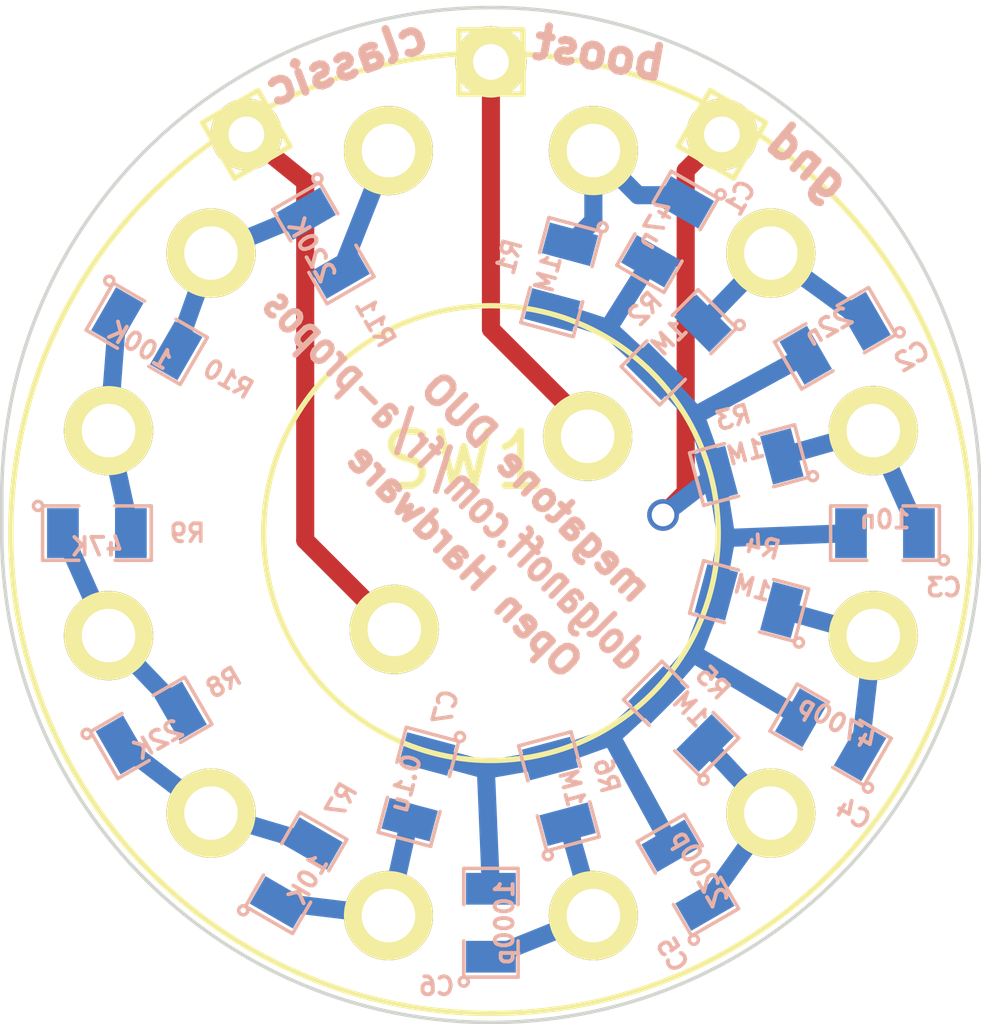
<source format=kicad_pcb>
(kicad_pcb (version 4) (host pcbnew "(2014-10-31 BZR 5247)-product")

  (general
    (links 38)
    (no_connects 0)
    (area 161.493999 66.497999 189.026001 95.046001)
    (thickness 1.6)
    (drawings 12)
    (tracks 62)
    (zones 0)
    (modules 22)
    (nets 16)
  )

  (page A4)
  (layers
    (0 F.Cu signal)
    (31 B.Cu signal)
    (32 B.Adhes user)
    (33 F.Adhes user)
    (34 B.Paste user)
    (35 F.Paste user)
    (36 B.SilkS user)
    (37 F.SilkS user)
    (38 B.Mask user)
    (39 F.Mask user)
    (40 Dwgs.User user)
    (41 Cmts.User user)
    (42 Eco1.User user)
    (43 Eco2.User user)
    (44 Edge.Cuts user)
    (45 Margin user)
    (46 B.CrtYd user)
    (47 F.CrtYd user)
    (48 B.Fab user)
    (49 F.Fab user)
  )

  (setup
    (last_trace_width 0.508)
    (trace_clearance 0.381)
    (zone_clearance 0.508)
    (zone_45_only no)
    (trace_min 0.254)
    (segment_width 0.2)
    (edge_width 0.1)
    (via_size 0.889)
    (via_drill 0.635)
    (via_min_size 0.889)
    (via_min_drill 0.508)
    (uvia_size 0.508)
    (uvia_drill 0.127)
    (uvias_allowed no)
    (uvia_min_size 0.508)
    (uvia_min_drill 0.127)
    (pcb_text_width 0.3)
    (pcb_text_size 1.5 1.5)
    (mod_edge_width 0.15)
    (mod_text_size 1 1)
    (mod_text_width 0.15)
    (pad_size 2 2)
    (pad_drill 1)
    (pad_to_mask_clearance 0)
    (aux_axis_origin 0 0)
    (visible_elements 7FFEFF7F)
    (pcbplotparams
      (layerselection 0x010f0_80000001)
      (usegerberextensions true)
      (excludeedgelayer true)
      (linewidth 0.100000)
      (plotframeref false)
      (viasonmask false)
      (mode 1)
      (useauxorigin false)
      (hpglpennumber 1)
      (hpglpenspeed 20)
      (hpglpendiameter 15)
      (hpglpenoverlay 2)
      (psnegative false)
      (psa4output false)
      (plotreference true)
      (plotvalue false)
      (plotinvisibletext false)
      (padsonsilk false)
      (subtractmaskfromsilk true)
      (outputformat 1)
      (mirror false)
      (drillshape 0)
      (scaleselection 1)
      (outputdirectory plots))
  )

  (net 0 "")
  (net 1 "Net-(C1-Pad1)")
  (net 2 GND)
  (net 3 "Net-(C2-Pad1)")
  (net 4 "Net-(C3-Pad1)")
  (net 5 "Net-(C4-Pad1)")
  (net 6 "Net-(C5-Pad1)")
  (net 7 "Net-(C6-Pad1)")
  (net 8 "Net-(C7-Pad2)")
  (net 9 "Net-(P1-Pad1)")
  (net 10 "Net-(P2-Pad1)")
  (net 11 "Net-(R7-Pad2)")
  (net 12 "Net-(R8-Pad2)")
  (net 13 "Net-(R10-Pad1)")
  (net 14 "Net-(R10-Pad2)")
  (net 15 "Net-(R11-Pad2)")

  (net_class Default "This is the default net class."
    (clearance 0.381)
    (trace_width 0.508)
    (via_dia 0.889)
    (via_drill 0.635)
    (uvia_dia 0.508)
    (uvia_drill 0.127)
    (add_net GND)
    (add_net "Net-(C1-Pad1)")
    (add_net "Net-(C2-Pad1)")
    (add_net "Net-(C3-Pad1)")
    (add_net "Net-(C4-Pad1)")
    (add_net "Net-(C5-Pad1)")
    (add_net "Net-(C6-Pad1)")
    (add_net "Net-(C7-Pad2)")
    (add_net "Net-(P1-Pad1)")
    (add_net "Net-(P2-Pad1)")
    (add_net "Net-(R10-Pad1)")
    (add_net "Net-(R10-Pad2)")
    (add_net "Net-(R11-Pad2)")
    (add_net "Net-(R7-Pad2)")
    (add_net "Net-(R8-Pad2)")
  )

  (module libcms:SM0805 (layer B.Cu) (tedit 5446B7CE) (tstamp 54469768)
    (at 180.213 72.8345 240)
    (path /53FA676D)
    (attr smd)
    (fp_text reference C1 (at -1.840889 -1.283514 240) (layer B.SilkS)
      (effects (font (size 0.50038 0.50038) (thickness 0.10922)) (justify mirror))
    )
    (fp_text value 47n (at 0 0.381 240) (layer B.SilkS)
      (effects (font (size 0.50038 0.50038) (thickness 0.10922)) (justify mirror))
    )
    (fp_circle (center -1.651 -0.762) (end -1.651 -0.635) (layer B.SilkS) (width 0.09906))
    (fp_line (start -0.508 -0.762) (end -1.524 -0.762) (layer B.SilkS) (width 0.09906))
    (fp_line (start -1.524 -0.762) (end -1.524 0.762) (layer B.SilkS) (width 0.09906))
    (fp_line (start -1.524 0.762) (end -0.508 0.762) (layer B.SilkS) (width 0.09906))
    (fp_line (start 0.508 0.762) (end 1.524 0.762) (layer B.SilkS) (width 0.09906))
    (fp_line (start 1.524 0.762) (end 1.524 -0.762) (layer B.SilkS) (width 0.09906))
    (fp_line (start 1.524 -0.762) (end 0.508 -0.762) (layer B.SilkS) (width 0.09906))
    (pad 1 smd rect (at -0.9525 0 240) (size 0.889 1.397) (layers B.Cu B.Paste B.Mask)
      (net 1 "Net-(C1-Pad1)"))
    (pad 2 smd rect (at 0.9525 0 240) (size 0.889 1.397) (layers B.Cu B.Paste B.Mask)
      (net 2 GND))
    (model smd/chip_cms.wrl
      (at (xyz 0 0 0))
      (scale (xyz 0.1 0.1 0.1))
      (rotate (xyz 0 0 0))
    )
  )

  (module libcms:SM0805 (layer B.Cu) (tedit 5446B4C0) (tstamp 5446944D)
    (at 184.912 75.819 210)
    (path /53FA675B)
    (attr smd)
    (fp_text reference C2 (at -1.615749 -1.519441 210) (layer B.SilkS)
      (effects (font (size 0.50038 0.50038) (thickness 0.10922)) (justify mirror))
    )
    (fp_text value 22n (at 0 0.381 210) (layer B.SilkS)
      (effects (font (size 0.50038 0.50038) (thickness 0.10922)) (justify mirror))
    )
    (fp_circle (center -1.651 -0.762) (end -1.651 -0.635) (layer B.SilkS) (width 0.09906))
    (fp_line (start -0.508 -0.762) (end -1.524 -0.762) (layer B.SilkS) (width 0.09906))
    (fp_line (start -1.524 -0.762) (end -1.524 0.762) (layer B.SilkS) (width 0.09906))
    (fp_line (start -1.524 0.762) (end -0.508 0.762) (layer B.SilkS) (width 0.09906))
    (fp_line (start 0.508 0.762) (end 1.524 0.762) (layer B.SilkS) (width 0.09906))
    (fp_line (start 1.524 0.762) (end 1.524 -0.762) (layer B.SilkS) (width 0.09906))
    (fp_line (start 1.524 -0.762) (end 0.508 -0.762) (layer B.SilkS) (width 0.09906))
    (pad 1 smd rect (at -0.9525 0 210) (size 0.889 1.397) (layers B.Cu B.Paste B.Mask)
      (net 3 "Net-(C2-Pad1)"))
    (pad 2 smd rect (at 0.9525 0 210) (size 0.889 1.397) (layers B.Cu B.Paste B.Mask)
      (net 2 GND))
    (model smd/chip_cms.wrl
      (at (xyz 0 0 0))
      (scale (xyz 0.1 0.1 0.1))
      (rotate (xyz 0 0 0))
    )
  )

  (module libcms:SM0805 (layer B.Cu) (tedit 5446B4B6) (tstamp 54469D20)
    (at 186.309 81.28 180)
    (path /53FA6749)
    (attr smd)
    (fp_text reference C3 (at -1.651 -1.524 180) (layer B.SilkS)
      (effects (font (size 0.50038 0.50038) (thickness 0.10922)) (justify mirror))
    )
    (fp_text value 10n (at 0 0.381 180) (layer B.SilkS)
      (effects (font (size 0.50038 0.50038) (thickness 0.10922)) (justify mirror))
    )
    (fp_circle (center -1.651 -0.762) (end -1.651 -0.635) (layer B.SilkS) (width 0.09906))
    (fp_line (start -0.508 -0.762) (end -1.524 -0.762) (layer B.SilkS) (width 0.09906))
    (fp_line (start -1.524 -0.762) (end -1.524 0.762) (layer B.SilkS) (width 0.09906))
    (fp_line (start -1.524 0.762) (end -0.508 0.762) (layer B.SilkS) (width 0.09906))
    (fp_line (start 0.508 0.762) (end 1.524 0.762) (layer B.SilkS) (width 0.09906))
    (fp_line (start 1.524 0.762) (end 1.524 -0.762) (layer B.SilkS) (width 0.09906))
    (fp_line (start 1.524 -0.762) (end 0.508 -0.762) (layer B.SilkS) (width 0.09906))
    (pad 1 smd rect (at -0.9525 0 180) (size 0.889 1.397) (layers B.Cu B.Paste B.Mask)
      (net 4 "Net-(C3-Pad1)"))
    (pad 2 smd rect (at 0.9525 0 180) (size 0.889 1.397) (layers B.Cu B.Paste B.Mask)
      (net 2 GND))
    (model smd/chip_cms.wrl
      (at (xyz 0 0 0))
      (scale (xyz 0.1 0.1 0.1))
      (rotate (xyz 0 0 0))
    )
  )

  (module libcms:SM0805 (layer B.Cu) (tedit 5446B4B1) (tstamp 54469459)
    (at 184.785 86.9315 150)
    (path /53FA668D)
    (attr smd)
    (fp_text reference C4 (at -1.661176 -1.607241 150) (layer B.SilkS)
      (effects (font (size 0.50038 0.50038) (thickness 0.10922)) (justify mirror))
    )
    (fp_text value 4700p (at 0 0.381 150) (layer B.SilkS)
      (effects (font (size 0.50038 0.50038) (thickness 0.10922)) (justify mirror))
    )
    (fp_circle (center -1.651 -0.762) (end -1.651 -0.635) (layer B.SilkS) (width 0.09906))
    (fp_line (start -0.508 -0.762) (end -1.524 -0.762) (layer B.SilkS) (width 0.09906))
    (fp_line (start -1.524 -0.762) (end -1.524 0.762) (layer B.SilkS) (width 0.09906))
    (fp_line (start -1.524 0.762) (end -0.508 0.762) (layer B.SilkS) (width 0.09906))
    (fp_line (start 0.508 0.762) (end 1.524 0.762) (layer B.SilkS) (width 0.09906))
    (fp_line (start 1.524 0.762) (end 1.524 -0.762) (layer B.SilkS) (width 0.09906))
    (fp_line (start 1.524 -0.762) (end 0.508 -0.762) (layer B.SilkS) (width 0.09906))
    (pad 1 smd rect (at -0.9525 0 150) (size 0.889 1.397) (layers B.Cu B.Paste B.Mask)
      (net 5 "Net-(C4-Pad1)"))
    (pad 2 smd rect (at 0.9525 0 150) (size 0.889 1.397) (layers B.Cu B.Paste B.Mask)
      (net 2 GND))
    (model smd/chip_cms.wrl
      (at (xyz 0 0 0))
      (scale (xyz 0.1 0.1 0.1))
      (rotate (xyz 0 0 0))
    )
  )

  (module libcms:SM0805 (layer B.Cu) (tedit 5446B4AC) (tstamp 5446945F)
    (at 180.7845 90.8685 120)
    (path /53FA667B)
    (attr smd)
    (fp_text reference C5 (at -1.702491 -1.496198 120) (layer B.SilkS)
      (effects (font (size 0.50038 0.50038) (thickness 0.10922)) (justify mirror))
    )
    (fp_text value 2200p (at 0 0.381 120) (layer B.SilkS)
      (effects (font (size 0.50038 0.50038) (thickness 0.10922)) (justify mirror))
    )
    (fp_circle (center -1.651 -0.762) (end -1.651 -0.635) (layer B.SilkS) (width 0.09906))
    (fp_line (start -0.508 -0.762) (end -1.524 -0.762) (layer B.SilkS) (width 0.09906))
    (fp_line (start -1.524 -0.762) (end -1.524 0.762) (layer B.SilkS) (width 0.09906))
    (fp_line (start -1.524 0.762) (end -0.508 0.762) (layer B.SilkS) (width 0.09906))
    (fp_line (start 0.508 0.762) (end 1.524 0.762) (layer B.SilkS) (width 0.09906))
    (fp_line (start 1.524 0.762) (end 1.524 -0.762) (layer B.SilkS) (width 0.09906))
    (fp_line (start 1.524 -0.762) (end 0.508 -0.762) (layer B.SilkS) (width 0.09906))
    (pad 1 smd rect (at -0.9525 0 120) (size 0.889 1.397) (layers B.Cu B.Paste B.Mask)
      (net 6 "Net-(C5-Pad1)"))
    (pad 2 smd rect (at 0.9525 0 120) (size 0.889 1.397) (layers B.Cu B.Paste B.Mask)
      (net 2 GND))
    (model smd/chip_cms.wrl
      (at (xyz 0 0 0))
      (scale (xyz 0.1 0.1 0.1))
      (rotate (xyz 0 0 0))
    )
  )

  (module libcms:SM0805 (layer B.Cu) (tedit 5446B53F) (tstamp 54469D67)
    (at 175.26 92.202 90)
    (path /53FA660D)
    (attr smd)
    (fp_text reference C6 (at -1.778 -1.524 180) (layer B.SilkS)
      (effects (font (size 0.50038 0.50038) (thickness 0.10922)) (justify mirror))
    )
    (fp_text value 1000p (at 0 0.381 90) (layer B.SilkS)
      (effects (font (size 0.50038 0.50038) (thickness 0.10922)) (justify mirror))
    )
    (fp_circle (center -1.651 -0.762) (end -1.651 -0.635) (layer B.SilkS) (width 0.09906))
    (fp_line (start -0.508 -0.762) (end -1.524 -0.762) (layer B.SilkS) (width 0.09906))
    (fp_line (start -1.524 -0.762) (end -1.524 0.762) (layer B.SilkS) (width 0.09906))
    (fp_line (start -1.524 0.762) (end -0.508 0.762) (layer B.SilkS) (width 0.09906))
    (fp_line (start 0.508 0.762) (end 1.524 0.762) (layer B.SilkS) (width 0.09906))
    (fp_line (start 1.524 0.762) (end 1.524 -0.762) (layer B.SilkS) (width 0.09906))
    (fp_line (start 1.524 -0.762) (end 0.508 -0.762) (layer B.SilkS) (width 0.09906))
    (pad 1 smd rect (at -0.9525 0 90) (size 0.889 1.397) (layers B.Cu B.Paste B.Mask)
      (net 7 "Net-(C6-Pad1)"))
    (pad 2 smd rect (at 0.9525 0 90) (size 0.889 1.397) (layers B.Cu B.Paste B.Mask)
      (net 2 GND))
    (model smd/chip_cms.wrl
      (at (xyz 0 0 0))
      (scale (xyz 0.1 0.1 0.1))
      (rotate (xyz 0 0 0))
    )
  )

  (module libcms:SM0805 (layer B.Cu) (tedit 5446A14D) (tstamp 54469A27)
    (at 173.228 88.392 255)
    (path /53FA677F)
    (attr smd)
    (fp_text reference C7 (at -2.34399 -0.16081 255) (layer B.SilkS)
      (effects (font (size 0.50038 0.50038) (thickness 0.10922)) (justify mirror))
    )
    (fp_text value 0.1u (at 0 0.381 255) (layer B.SilkS)
      (effects (font (size 0.50038 0.50038) (thickness 0.10922)) (justify mirror))
    )
    (fp_circle (center -1.651 -0.762) (end -1.651 -0.635) (layer B.SilkS) (width 0.09906))
    (fp_line (start -0.508 -0.762) (end -1.524 -0.762) (layer B.SilkS) (width 0.09906))
    (fp_line (start -1.524 -0.762) (end -1.524 0.762) (layer B.SilkS) (width 0.09906))
    (fp_line (start -1.524 0.762) (end -0.508 0.762) (layer B.SilkS) (width 0.09906))
    (fp_line (start 0.508 0.762) (end 1.524 0.762) (layer B.SilkS) (width 0.09906))
    (fp_line (start 1.524 0.762) (end 1.524 -0.762) (layer B.SilkS) (width 0.09906))
    (fp_line (start 1.524 -0.762) (end 0.508 -0.762) (layer B.SilkS) (width 0.09906))
    (pad 1 smd rect (at -0.9525 0 255) (size 0.889 1.397) (layers B.Cu B.Paste B.Mask)
      (net 2 GND))
    (pad 2 smd rect (at 0.9525 0 255) (size 0.889 1.397) (layers B.Cu B.Paste B.Mask)
      (net 8 "Net-(C7-Pad2)"))
    (model smd/chip_cms.wrl
      (at (xyz 0 0 0))
      (scale (xyz 0.1 0.1 0.1))
      (rotate (xyz 0 0 0))
    )
  )

  (module libcms:SM0805 (layer B.Cu) (tedit 5446A0F7) (tstamp 5446B1DF)
    (at 177.2285 74.1045 255)
    (path /53FA6773)
    (attr smd)
    (fp_text reference R1 (at -0.174021 1.55865 255) (layer B.SilkS)
      (effects (font (size 0.50038 0.50038) (thickness 0.10922)) (justify mirror))
    )
    (fp_text value 1M (at 0 0.381 255) (layer B.SilkS)
      (effects (font (size 0.50038 0.50038) (thickness 0.10922)) (justify mirror))
    )
    (fp_circle (center -1.651 -0.762) (end -1.651 -0.635) (layer B.SilkS) (width 0.09906))
    (fp_line (start -0.508 -0.762) (end -1.524 -0.762) (layer B.SilkS) (width 0.09906))
    (fp_line (start -1.524 -0.762) (end -1.524 0.762) (layer B.SilkS) (width 0.09906))
    (fp_line (start -1.524 0.762) (end -0.508 0.762) (layer B.SilkS) (width 0.09906))
    (fp_line (start 0.508 0.762) (end 1.524 0.762) (layer B.SilkS) (width 0.09906))
    (fp_line (start 1.524 0.762) (end 1.524 -0.762) (layer B.SilkS) (width 0.09906))
    (fp_line (start 1.524 -0.762) (end 0.508 -0.762) (layer B.SilkS) (width 0.09906))
    (pad 1 smd rect (at -0.9525 0 255) (size 0.889 1.397) (layers B.Cu B.Paste B.Mask)
      (net 1 "Net-(C1-Pad1)"))
    (pad 2 smd rect (at 0.9525 0 255) (size 0.889 1.397) (layers B.Cu B.Paste B.Mask)
      (net 2 GND))
    (model smd/chip_cms.wrl
      (at (xyz 0 0 0))
      (scale (xyz 0.1 0.1 0.1))
      (rotate (xyz 0 0 0))
    )
  )

  (module libcms:SM0805 (layer B.Cu) (tedit 5446A0F0) (tstamp 54469486)
    (at 180.5305 76.073 225)
    (path /53FA6761)
    (attr smd)
    (fp_text reference R2 (at -0.089803 1.436841 225) (layer B.SilkS)
      (effects (font (size 0.50038 0.50038) (thickness 0.10922)) (justify mirror))
    )
    (fp_text value 1M (at 0 0.381 225) (layer B.SilkS)
      (effects (font (size 0.50038 0.50038) (thickness 0.10922)) (justify mirror))
    )
    (fp_circle (center -1.651 -0.762) (end -1.651 -0.635) (layer B.SilkS) (width 0.09906))
    (fp_line (start -0.508 -0.762) (end -1.524 -0.762) (layer B.SilkS) (width 0.09906))
    (fp_line (start -1.524 -0.762) (end -1.524 0.762) (layer B.SilkS) (width 0.09906))
    (fp_line (start -1.524 0.762) (end -0.508 0.762) (layer B.SilkS) (width 0.09906))
    (fp_line (start 0.508 0.762) (end 1.524 0.762) (layer B.SilkS) (width 0.09906))
    (fp_line (start 1.524 0.762) (end 1.524 -0.762) (layer B.SilkS) (width 0.09906))
    (fp_line (start 1.524 -0.762) (end 0.508 -0.762) (layer B.SilkS) (width 0.09906))
    (pad 1 smd rect (at -0.9525 0 225) (size 0.889 1.397) (layers B.Cu B.Paste B.Mask)
      (net 3 "Net-(C2-Pad1)"))
    (pad 2 smd rect (at 0.9525 0 225) (size 0.889 1.397) (layers B.Cu B.Paste B.Mask)
      (net 2 GND))
    (model smd/chip_cms.wrl
      (at (xyz 0 0 0))
      (scale (xyz 0.1 0.1 0.1))
      (rotate (xyz 0 0 0))
    )
  )

  (module libcms:SM0805 (layer B.Cu) (tedit 5446A0EB) (tstamp 5446948C)
    (at 182.499 79.375 195)
    (path /53FA674F)
    (attr smd)
    (fp_text reference R3 (at 0.084219 1.403107 195) (layer B.SilkS)
      (effects (font (size 0.50038 0.50038) (thickness 0.10922)) (justify mirror))
    )
    (fp_text value 1M (at 0 0.381 195) (layer B.SilkS)
      (effects (font (size 0.50038 0.50038) (thickness 0.10922)) (justify mirror))
    )
    (fp_circle (center -1.651 -0.762) (end -1.651 -0.635) (layer B.SilkS) (width 0.09906))
    (fp_line (start -0.508 -0.762) (end -1.524 -0.762) (layer B.SilkS) (width 0.09906))
    (fp_line (start -1.524 -0.762) (end -1.524 0.762) (layer B.SilkS) (width 0.09906))
    (fp_line (start -1.524 0.762) (end -0.508 0.762) (layer B.SilkS) (width 0.09906))
    (fp_line (start 0.508 0.762) (end 1.524 0.762) (layer B.SilkS) (width 0.09906))
    (fp_line (start 1.524 0.762) (end 1.524 -0.762) (layer B.SilkS) (width 0.09906))
    (fp_line (start 1.524 -0.762) (end 0.508 -0.762) (layer B.SilkS) (width 0.09906))
    (pad 1 smd rect (at -0.9525 0 195) (size 0.889 1.397) (layers B.Cu B.Paste B.Mask)
      (net 4 "Net-(C3-Pad1)"))
    (pad 2 smd rect (at 0.9525 0 195) (size 0.889 1.397) (layers B.Cu B.Paste B.Mask)
      (net 2 GND))
    (model smd/chip_cms.wrl
      (at (xyz 0 0 0))
      (scale (xyz 0.1 0.1 0.1))
      (rotate (xyz 0 0 0))
    )
  )

  (module libcms:SM0805 (layer B.Cu) (tedit 5446A0E6) (tstamp 54469492)
    (at 182.499 83.185 165)
    (path /53FA6693)
    (attr smd)
    (fp_text reference R4 (at 0.026422 1.570681 165) (layer B.SilkS)
      (effects (font (size 0.50038 0.50038) (thickness 0.10922)) (justify mirror))
    )
    (fp_text value 1M (at 0 0.381 165) (layer B.SilkS)
      (effects (font (size 0.50038 0.50038) (thickness 0.10922)) (justify mirror))
    )
    (fp_circle (center -1.651 -0.762) (end -1.651 -0.635) (layer B.SilkS) (width 0.09906))
    (fp_line (start -0.508 -0.762) (end -1.524 -0.762) (layer B.SilkS) (width 0.09906))
    (fp_line (start -1.524 -0.762) (end -1.524 0.762) (layer B.SilkS) (width 0.09906))
    (fp_line (start -1.524 0.762) (end -0.508 0.762) (layer B.SilkS) (width 0.09906))
    (fp_line (start 0.508 0.762) (end 1.524 0.762) (layer B.SilkS) (width 0.09906))
    (fp_line (start 1.524 0.762) (end 1.524 -0.762) (layer B.SilkS) (width 0.09906))
    (fp_line (start 1.524 -0.762) (end 0.508 -0.762) (layer B.SilkS) (width 0.09906))
    (pad 1 smd rect (at -0.9525 0 165) (size 0.889 1.397) (layers B.Cu B.Paste B.Mask)
      (net 5 "Net-(C4-Pad1)"))
    (pad 2 smd rect (at 0.9525 0 165) (size 0.889 1.397) (layers B.Cu B.Paste B.Mask)
      (net 2 GND))
    (model smd/chip_cms.wrl
      (at (xyz 0 0 0))
      (scale (xyz 0.1 0.1 0.1))
      (rotate (xyz 0 0 0))
    )
  )

  (module libcms:SM0805 (layer B.Cu) (tedit 5446A0DB) (tstamp 544698A2)
    (at 180.594 86.487 135)
    (path /53FA6681)
    (attr smd)
    (fp_text reference R5 (at 0.089803 1.347038 135) (layer B.SilkS)
      (effects (font (size 0.50038 0.50038) (thickness 0.10922)) (justify mirror))
    )
    (fp_text value 1M (at 0 0.381 135) (layer B.SilkS)
      (effects (font (size 0.50038 0.50038) (thickness 0.10922)) (justify mirror))
    )
    (fp_circle (center -1.651 -0.762) (end -1.651 -0.635) (layer B.SilkS) (width 0.09906))
    (fp_line (start -0.508 -0.762) (end -1.524 -0.762) (layer B.SilkS) (width 0.09906))
    (fp_line (start -1.524 -0.762) (end -1.524 0.762) (layer B.SilkS) (width 0.09906))
    (fp_line (start -1.524 0.762) (end -0.508 0.762) (layer B.SilkS) (width 0.09906))
    (fp_line (start 0.508 0.762) (end 1.524 0.762) (layer B.SilkS) (width 0.09906))
    (fp_line (start 1.524 0.762) (end 1.524 -0.762) (layer B.SilkS) (width 0.09906))
    (fp_line (start 1.524 -0.762) (end 0.508 -0.762) (layer B.SilkS) (width 0.09906))
    (pad 1 smd rect (at -0.9525 0 135) (size 0.889 1.397) (layers B.Cu B.Paste B.Mask)
      (net 6 "Net-(C5-Pad1)"))
    (pad 2 smd rect (at 0.9525 0 135) (size 0.889 1.397) (layers B.Cu B.Paste B.Mask)
      (net 2 GND))
    (model smd/chip_cms.wrl
      (at (xyz 0 0 0))
      (scale (xyz 0.1 0.1 0.1))
      (rotate (xyz 0 0 0))
    )
  )

  (module libcms:SM0805 (layer B.Cu) (tedit 5446A0D5) (tstamp 544699CB)
    (at 177.165 88.519 105)
    (path /53FA6613)
    (attr smd)
    (fp_text reference R6 (at 0.084219 1.403107 105) (layer B.SilkS)
      (effects (font (size 0.50038 0.50038) (thickness 0.10922)) (justify mirror))
    )
    (fp_text value 1M (at 0 0.381 105) (layer B.SilkS)
      (effects (font (size 0.50038 0.50038) (thickness 0.10922)) (justify mirror))
    )
    (fp_circle (center -1.651 -0.762) (end -1.651 -0.635) (layer B.SilkS) (width 0.09906))
    (fp_line (start -0.508 -0.762) (end -1.524 -0.762) (layer B.SilkS) (width 0.09906))
    (fp_line (start -1.524 -0.762) (end -1.524 0.762) (layer B.SilkS) (width 0.09906))
    (fp_line (start -1.524 0.762) (end -0.508 0.762) (layer B.SilkS) (width 0.09906))
    (fp_line (start 0.508 0.762) (end 1.524 0.762) (layer B.SilkS) (width 0.09906))
    (fp_line (start 1.524 0.762) (end 1.524 -0.762) (layer B.SilkS) (width 0.09906))
    (fp_line (start 1.524 -0.762) (end 0.508 -0.762) (layer B.SilkS) (width 0.09906))
    (pad 1 smd rect (at -0.9525 0 105) (size 0.889 1.397) (layers B.Cu B.Paste B.Mask)
      (net 7 "Net-(C6-Pad1)"))
    (pad 2 smd rect (at 0.9525 0 105) (size 0.889 1.397) (layers B.Cu B.Paste B.Mask)
      (net 2 GND))
    (model smd/chip_cms.wrl
      (at (xyz 0 0 0))
      (scale (xyz 0.1 0.1 0.1))
      (rotate (xyz 0 0 0))
    )
  )

  (module libcms:SM0805 (layer B.Cu) (tedit 5446A140) (tstamp 544694A4)
    (at 169.799 90.805 60)
    (path /54469D5D)
    (attr smd)
    (fp_text reference R7 (at 2.394764 0.083852 60) (layer B.SilkS)
      (effects (font (size 0.50038 0.50038) (thickness 0.10922)) (justify mirror))
    )
    (fp_text value 10K (at 0 0.381 60) (layer B.SilkS)
      (effects (font (size 0.50038 0.50038) (thickness 0.10922)) (justify mirror))
    )
    (fp_circle (center -1.651 -0.762) (end -1.651 -0.635) (layer B.SilkS) (width 0.09906))
    (fp_line (start -0.508 -0.762) (end -1.524 -0.762) (layer B.SilkS) (width 0.09906))
    (fp_line (start -1.524 -0.762) (end -1.524 0.762) (layer B.SilkS) (width 0.09906))
    (fp_line (start -1.524 0.762) (end -0.508 0.762) (layer B.SilkS) (width 0.09906))
    (fp_line (start 0.508 0.762) (end 1.524 0.762) (layer B.SilkS) (width 0.09906))
    (fp_line (start 1.524 0.762) (end 1.524 -0.762) (layer B.SilkS) (width 0.09906))
    (fp_line (start 1.524 -0.762) (end 0.508 -0.762) (layer B.SilkS) (width 0.09906))
    (pad 1 smd rect (at -0.9525 0 60) (size 0.889 1.397) (layers B.Cu B.Paste B.Mask)
      (net 8 "Net-(C7-Pad2)"))
    (pad 2 smd rect (at 0.9525 0 60) (size 0.889 1.397) (layers B.Cu B.Paste B.Mask)
      (net 11 "Net-(R7-Pad2)"))
    (model smd/chip_cms.wrl
      (at (xyz 0 0 0))
      (scale (xyz 0.1 0.1 0.1))
      (rotate (xyz 0 0 0))
    )
  )

  (module libcms:SM0805 (layer B.Cu) (tedit 5446A13A) (tstamp 544694AA)
    (at 165.735 86.741 30)
    (path /54469D28)
    (attr smd)
    (fp_text reference R8 (at 2.394764 -0.083852 30) (layer B.SilkS)
      (effects (font (size 0.50038 0.50038) (thickness 0.10922)) (justify mirror))
    )
    (fp_text value 22K (at 0 0.381 30) (layer B.SilkS)
      (effects (font (size 0.50038 0.50038) (thickness 0.10922)) (justify mirror))
    )
    (fp_circle (center -1.651 -0.762) (end -1.651 -0.635) (layer B.SilkS) (width 0.09906))
    (fp_line (start -0.508 -0.762) (end -1.524 -0.762) (layer B.SilkS) (width 0.09906))
    (fp_line (start -1.524 -0.762) (end -1.524 0.762) (layer B.SilkS) (width 0.09906))
    (fp_line (start -1.524 0.762) (end -0.508 0.762) (layer B.SilkS) (width 0.09906))
    (fp_line (start 0.508 0.762) (end 1.524 0.762) (layer B.SilkS) (width 0.09906))
    (fp_line (start 1.524 0.762) (end 1.524 -0.762) (layer B.SilkS) (width 0.09906))
    (fp_line (start 1.524 -0.762) (end 0.508 -0.762) (layer B.SilkS) (width 0.09906))
    (pad 1 smd rect (at -0.9525 0 30) (size 0.889 1.397) (layers B.Cu B.Paste B.Mask)
      (net 11 "Net-(R7-Pad2)"))
    (pad 2 smd rect (at 0.9525 0 30) (size 0.889 1.397) (layers B.Cu B.Paste B.Mask)
      (net 12 "Net-(R8-Pad2)"))
    (model smd/chip_cms.wrl
      (at (xyz 0 0 0))
      (scale (xyz 0.1 0.1 0.1))
      (rotate (xyz 0 0 0))
    )
  )

  (module libcms:SM0805 (layer B.Cu) (tedit 5446A135) (tstamp 544694B0)
    (at 164.211 81.28)
    (path /54469CEA)
    (attr smd)
    (fp_text reference R9 (at 2.54 0) (layer B.SilkS)
      (effects (font (size 0.50038 0.50038) (thickness 0.10922)) (justify mirror))
    )
    (fp_text value 47K (at 0 0.381) (layer B.SilkS)
      (effects (font (size 0.50038 0.50038) (thickness 0.10922)) (justify mirror))
    )
    (fp_circle (center -1.651 -0.762) (end -1.651 -0.635) (layer B.SilkS) (width 0.09906))
    (fp_line (start -0.508 -0.762) (end -1.524 -0.762) (layer B.SilkS) (width 0.09906))
    (fp_line (start -1.524 -0.762) (end -1.524 0.762) (layer B.SilkS) (width 0.09906))
    (fp_line (start -1.524 0.762) (end -0.508 0.762) (layer B.SilkS) (width 0.09906))
    (fp_line (start 0.508 0.762) (end 1.524 0.762) (layer B.SilkS) (width 0.09906))
    (fp_line (start 1.524 0.762) (end 1.524 -0.762) (layer B.SilkS) (width 0.09906))
    (fp_line (start 1.524 -0.762) (end 0.508 -0.762) (layer B.SilkS) (width 0.09906))
    (pad 1 smd rect (at -0.9525 0) (size 0.889 1.397) (layers B.Cu B.Paste B.Mask)
      (net 12 "Net-(R8-Pad2)"))
    (pad 2 smd rect (at 0.9525 0) (size 0.889 1.397) (layers B.Cu B.Paste B.Mask)
      (net 13 "Net-(R10-Pad1)"))
    (model smd/chip_cms.wrl
      (at (xyz 0 0 0))
      (scale (xyz 0.1 0.1 0.1))
      (rotate (xyz 0 0 0))
    )
  )

  (module libcms:SM0805 (layer B.Cu) (tedit 5446A130) (tstamp 544694B6)
    (at 165.608 75.692 330)
    (path /53FA7190)
    (attr smd)
    (fp_text reference R10 (at 2.614734 -0.043148 330) (layer B.SilkS)
      (effects (font (size 0.50038 0.50038) (thickness 0.10922)) (justify mirror))
    )
    (fp_text value 100K (at 0 0.381 330) (layer B.SilkS)
      (effects (font (size 0.50038 0.50038) (thickness 0.10922)) (justify mirror))
    )
    (fp_circle (center -1.651 -0.762) (end -1.651 -0.635) (layer B.SilkS) (width 0.09906))
    (fp_line (start -0.508 -0.762) (end -1.524 -0.762) (layer B.SilkS) (width 0.09906))
    (fp_line (start -1.524 -0.762) (end -1.524 0.762) (layer B.SilkS) (width 0.09906))
    (fp_line (start -1.524 0.762) (end -0.508 0.762) (layer B.SilkS) (width 0.09906))
    (fp_line (start 0.508 0.762) (end 1.524 0.762) (layer B.SilkS) (width 0.09906))
    (fp_line (start 1.524 0.762) (end 1.524 -0.762) (layer B.SilkS) (width 0.09906))
    (fp_line (start 1.524 -0.762) (end 0.508 -0.762) (layer B.SilkS) (width 0.09906))
    (pad 1 smd rect (at -0.9525 0 330) (size 0.889 1.397) (layers B.Cu B.Paste B.Mask)
      (net 13 "Net-(R10-Pad1)"))
    (pad 2 smd rect (at 0.9525 0 330) (size 0.889 1.397) (layers B.Cu B.Paste B.Mask)
      (net 14 "Net-(R10-Pad2)"))
    (model smd/chip_cms.wrl
      (at (xyz 0 0 0))
      (scale (xyz 0.1 0.1 0.1))
      (rotate (xyz 0 0 0))
    )
  )

  (module libcms:SM0805 (layer B.Cu) (tedit 5446A12B) (tstamp 544694BC)
    (at 170.561 73.152 300)
    (path /5446C7EF)
    (attr smd)
    (fp_text reference R11 (at 2.654991 -0.15358 300) (layer B.SilkS)
      (effects (font (size 0.50038 0.50038) (thickness 0.10922)) (justify mirror))
    )
    (fp_text value 220K (at 0 0.381 300) (layer B.SilkS)
      (effects (font (size 0.50038 0.50038) (thickness 0.10922)) (justify mirror))
    )
    (fp_circle (center -1.651 -0.762) (end -1.651 -0.635) (layer B.SilkS) (width 0.09906))
    (fp_line (start -0.508 -0.762) (end -1.524 -0.762) (layer B.SilkS) (width 0.09906))
    (fp_line (start -1.524 -0.762) (end -1.524 0.762) (layer B.SilkS) (width 0.09906))
    (fp_line (start -1.524 0.762) (end -0.508 0.762) (layer B.SilkS) (width 0.09906))
    (fp_line (start 0.508 0.762) (end 1.524 0.762) (layer B.SilkS) (width 0.09906))
    (fp_line (start 1.524 0.762) (end 1.524 -0.762) (layer B.SilkS) (width 0.09906))
    (fp_line (start 1.524 -0.762) (end 0.508 -0.762) (layer B.SilkS) (width 0.09906))
    (pad 1 smd rect (at -0.9525 0 300) (size 0.889 1.397) (layers B.Cu B.Paste B.Mask)
      (net 14 "Net-(R10-Pad2)"))
    (pad 2 smd rect (at 0.9525 0 300) (size 0.889 1.397) (layers B.Cu B.Paste B.Mask)
      (net 15 "Net-(R11-Pad2)"))
    (model smd/chip_cms.wrl
      (at (xyz 0 0 0))
      (scale (xyz 0.1 0.1 0.1))
      (rotate (xyz 0 0 0))
    )
  )

  (module Connect:SIL-1 (layer F.Cu) (tedit 5448CE11) (tstamp 54469550)
    (at 168.402 70.104 30)
    (descr "Connecteurs 1 pin")
    (tags "CONN DEV")
    (path /5446A0B0)
    (fp_text reference P1 (at 0 -1.7 30) (layer F.SilkS) hide
      (effects (font (size 0.8 0.8) (thickness 0.15)))
    )
    (fp_text value Classic (at 0.1 -1.7 30) (layer F.SilkS) hide
      (effects (font (size 0.8 0.8) (thickness 0.15)))
    )
    (fp_line (start -0.9 -0.9) (end 0.9 -0.9) (layer F.SilkS) (width 0.15))
    (fp_line (start 0.9 -0.9) (end 0.9 0.9) (layer F.SilkS) (width 0.15))
    (fp_line (start 0.9 0.9) (end -0.9 0.9) (layer F.SilkS) (width 0.15))
    (fp_line (start -0.9 0.9) (end -0.9 -0.9) (layer F.SilkS) (width 0.15))
    (pad 1 thru_hole circle (at 0 0 30) (size 2 2) (drill 1) (layers *.Cu *.Mask F.SilkS)
      (net 9 "Net-(P1-Pad1)"))
  )

  (module Connect:SIL-1 (layer F.Cu) (tedit 5448CE15) (tstamp 54469554)
    (at 175.26 68.072)
    (descr "Connecteurs 1 pin")
    (tags "CONN DEV")
    (path /53FAA779)
    (fp_text reference P2 (at 0 -1.7) (layer F.SilkS) hide
      (effects (font (size 0.8 0.8) (thickness 0.15)))
    )
    (fp_text value Boost (at 0.1 -1.7) (layer F.SilkS) hide
      (effects (font (size 0.8 0.8) (thickness 0.15)))
    )
    (fp_line (start -0.9 -0.9) (end 0.9 -0.9) (layer F.SilkS) (width 0.15))
    (fp_line (start 0.9 -0.9) (end 0.9 0.9) (layer F.SilkS) (width 0.15))
    (fp_line (start 0.9 0.9) (end -0.9 0.9) (layer F.SilkS) (width 0.15))
    (fp_line (start -0.9 0.9) (end -0.9 -0.9) (layer F.SilkS) (width 0.15))
    (pad 1 thru_hole circle (at 0 0) (size 2 2) (drill 1) (layers *.Cu *.Mask F.SilkS)
      (net 10 "Net-(P2-Pad1)"))
  )

  (module Connect:SIL-1 (layer F.Cu) (tedit 5448CE1A) (tstamp 54469558)
    (at 181.737 70.104 330)
    (descr "Connecteurs 1 pin")
    (tags "CONN DEV")
    (path /53FAA7E8)
    (fp_text reference P3 (at 0 -1.7 330) (layer F.SilkS) hide
      (effects (font (size 0.8 0.8) (thickness 0.15)))
    )
    (fp_text value Gnd (at 0.1 -1.7 330) (layer F.SilkS) hide
      (effects (font (size 0.8 0.8) (thickness 0.15)))
    )
    (fp_line (start -0.9 -0.9) (end 0.9 -0.9) (layer F.SilkS) (width 0.15))
    (fp_line (start 0.9 -0.9) (end 0.9 0.9) (layer F.SilkS) (width 0.15))
    (fp_line (start 0.9 0.9) (end -0.9 0.9) (layer F.SilkS) (width 0.15))
    (fp_line (start -0.9 0.9) (end -0.9 -0.9) (layer F.SilkS) (width 0.15))
    (pad 1 thru_hole circle (at 0 0 330) (size 2 2) (drill 1) (layers *.Cu *.Mask F.SilkS)
      (net 2 GND))
  )

  (module Custom:Lorlin_CK_2p6t (layer F.Cu) (tedit 5446956B) (tstamp 5447FF26)
    (at 175.26 81.28)
    (descr "Lorlin CK Rotary 2p6t ")
    (tags 2p6t)
    (path /5446FDFF)
    (fp_text reference SW1 (at -0.762 -2.032) (layer F.SilkS)
      (effects (font (thickness 0.2)))
    )
    (fp_text value LORLIN_2X6 (at 2.54 2.54) (layer F.SilkS) hide
      (effects (font (thickness 0.2)))
    )
    (fp_circle (center 0 0) (end 5.08 3.85) (layer F.SilkS) (width 0.15))
    (fp_circle (center 0 0) (end 11.1 7.62) (layer F.SilkS) (width 0.15))
    (pad 12 thru_hole circle (at 2.872891 10.721776) (size 2.5 2.5) (drill 1.5) (layers *.Cu *.Mask F.SilkS)
      (net 7 "Net-(C6-Pad1)"))
    (pad 1 thru_hole circle (at -2.872891 10.721776) (size 2.5 2.5) (drill 1.5) (layers *.Cu *.Mask F.SilkS)
      (net 8 "Net-(C7-Pad2)"))
    (pad 2 thru_hole circle (at -7.848885 7.848885) (size 2.5 2.5) (drill 1.5) (layers *.Cu *.Mask F.SilkS)
      (net 11 "Net-(R7-Pad2)"))
    (pad 3 thru_hole circle (at -10.721776 2.872891) (size 2.5 2.5) (drill 1.5) (layers *.Cu *.Mask F.SilkS)
      (net 12 "Net-(R8-Pad2)"))
    (pad 4 thru_hole circle (at -10.721776 -2.872891) (size 2.5 2.5) (drill 1.5) (layers *.Cu *.Mask F.SilkS)
      (net 13 "Net-(R10-Pad1)"))
    (pad 5 thru_hole circle (at -7.848885 -7.848885) (size 2.5 2.5) (drill 1.5) (layers *.Cu *.Mask F.SilkS)
      (net 14 "Net-(R10-Pad2)"))
    (pad 6 thru_hole circle (at -2.872891 -10.721776) (size 2.5 2.5) (drill 1.5) (layers *.Cu *.Mask F.SilkS)
      (net 15 "Net-(R11-Pad2)"))
    (pad 7 thru_hole circle (at 2.872891 -10.721776) (size 2.5 2.5) (drill 1.5) (layers *.Cu *.Mask F.SilkS)
      (net 1 "Net-(C1-Pad1)"))
    (pad 8 thru_hole circle (at 7.848885 -7.848885) (size 2.5 2.5) (drill 1.5) (layers *.Cu *.Mask F.SilkS)
      (net 3 "Net-(C2-Pad1)"))
    (pad 9 thru_hole circle (at 10.721776 -2.872891) (size 2.5 2.5) (drill 1.5) (layers *.Cu *.Mask F.SilkS)
      (net 4 "Net-(C3-Pad1)"))
    (pad 10 thru_hole circle (at 10.721776 2.872891) (size 2.5 2.5) (drill 1.5) (layers *.Cu *.Mask F.SilkS)
      (net 5 "Net-(C4-Pad1)"))
    (pad 11 thru_hole circle (at 7.848885 7.848885) (size 2.5 2.5) (drill 1.5) (layers *.Cu *.Mask F.SilkS)
      (net 6 "Net-(C5-Pad1)"))
    (pad A thru_hole circle (at -2.71 2.7) (size 2.5 2.5) (drill 1.5) (layers *.Cu *.Mask F.SilkS)
      (net 9 "Net-(P1-Pad1)"))
    (pad B thru_hole circle (at 2.71272 -2.71272) (size 2.5 2.5) (drill 1.5) (layers *.Cu *.Mask F.SilkS)
      (net 10 "Net-(P2-Pad1)"))
  )

  (gr_text "Open Hardware" (at 174.498 82.042 315) (layer B.SilkS)
    (effects (font (size 0.762 0.762) (thickness 0.1905)) (justify mirror))
  )
  (gr_line (start 161.544 81.28) (end 161.544 80.264) (angle 90) (layer Edge.Cuts) (width 0.1))
  (gr_line (start 188.976 80.264) (end 188.976 81.28) (angle 90) (layer Edge.Cuts) (width 0.1))
  (gr_arc (start 175.26 80.264) (end 175.26 66.548) (angle 90) (layer Edge.Cuts) (width 0.1))
  (gr_arc (start 175.26 80.264) (end 161.544 80.264) (angle 90) (layer Edge.Cuts) (width 0.1))
  (gr_arc (start 175.26 81.28) (end 175.26 94.996) (angle 90) (layer Edge.Cuts) (width 0.1))
  (gr_arc (start 175.26 81.28) (end 188.976 81.28) (angle 90) (layer Edge.Cuts) (width 0.1))
  (gr_text "megatone DUO" (at 176.53 80.01 315) (layer B.SilkS)
    (effects (font (size 0.762 0.762) (thickness 0.1905)) (justify mirror))
  )
  (gr_text classic (at 171.196 68.072 20) (layer B.SilkS)
    (effects (font (size 0.889 0.889) (thickness 0.22225)) (justify mirror))
  )
  (gr_text boost (at 178.308 67.818 350) (layer B.SilkS)
    (effects (font (size 0.889 0.889) (thickness 0.22225)) (justify mirror))
  )
  (gr_text gnd (at 184.15 70.866 320) (layer B.SilkS) (tstamp 544A48F5)
    (effects (font (size 0.889 0.889) (thickness 0.22225)) (justify mirror))
  )
  (gr_text dolganoff.com/fr/a-propos (at 174.244 79.756 315) (layer B.SilkS)
    (effects (font (size 0.889 0.6858) (thickness 0.17145)) (justify mirror))
  )

  (segment (start 179.38289 71.808223) (end 178.132891 70.558224) (width 0.508) (layer B.Cu) (net 1))
  (segment (start 178.132891 70.558224) (end 178.132891 72.52659) (width 0.508) (layer B.Cu) (net 1))
  (segment (start 180.68925 72.009611) (end 180.434639 71.755) (width 0.508) (layer B.Cu) (net 1))
  (segment (start 180.434639 71.755) (end 180.34 71.755) (width 0.508) (layer B.Cu) (net 1))
  (segment (start 180.34 71.755) (end 180.286777 71.808223) (width 0.508) (layer B.Cu) (net 1))
  (segment (start 180.286777 71.808223) (end 179.38289 71.808223) (width 0.508) (layer B.Cu) (net 1))
  (segment (start 178.132891 72.52659) (end 177.919524 72.739957) (width 0.508) (layer B.Cu) (net 1))
  (segment (start 177.919524 72.739957) (end 177.475025 73.184456) (width 0.508) (layer B.Cu) (net 1))
  (segment (start 180.086 80.772) (end 180.721 80.137) (width 0.508) (layer F.Cu) (net 2))
  (segment (start 180.721 80.137) (end 180.721 71.12) (width 0.508) (layer F.Cu) (net 2))
  (segment (start 180.721 71.12) (end 181.737 70.104) (width 0.508) (layer F.Cu) (net 2))
  (segment (start 181.578956 79.621525) (end 180.086 80.772) (width 0.508) (layer B.Cu) (net 2) (tstamp 5446B3DD))
  (via (at 180.086 80.772) (size 0.889) (layers F.Cu B.Cu) (net 2))
  (segment (start 179.73675 73.659389) (end 178.551592 75.539199) (width 0.508) (layer B.Cu) (net 2) (tstamp 54469E47) (status 10))
  (segment (start 178.551592 75.539199) (end 178.551592 75.5392) (width 0.508) (layer B.Cu) (net 2) (tstamp 54469E49))
  (segment (start 184.087111 76.29525) (end 180.995056 77.978342) (width 0.508) (layer B.Cu) (net 2) (tstamp 54469E42))
  (segment (start 180.995056 77.978342) (end 180.995056 77.978341) (width 0.508) (layer B.Cu) (net 2) (tstamp 54469E44))
  (segment (start 185.3565 81.28) (end 181.8628 81.417008) (width 0.508) (layer B.Cu) (net 2) (tstamp 54469E3D))
  (segment (start 181.8628 81.417008) (end 181.8628 81.417029) (width 0.508) (layer B.Cu) (net 2) (tstamp 54469E3F))
  (segment (start 183.960111 86.45525) (end 180.925378 84.655985) (width 0.508) (layer B.Cu) (net 2) (tstamp 54469E38))
  (segment (start 180.925378 84.655985) (end 180.925378 84.655986) (width 0.508) (layer B.Cu) (net 2) (tstamp 54469E3A))
  (segment (start 180.30825 90.043611) (end 178.638236 86.986091) (width 0.508) (layer B.Cu) (net 2) (tstamp 54469E33))
  (segment (start 175.26 91.2495) (end 175.118168 87.916456) (width 0.508) (layer B.Cu) (net 2) (tstamp 54469E2E))
  (segment (start 176.981975 75.024544) (end 178.551592 75.5392) (width 0.508) (layer B.Cu) (net 2) (tstamp 54469E1C) (status 10))
  (segment (start 178.551592 75.5392) (end 179.856981 76.746519) (width 0.508) (layer B.Cu) (net 2) (tstamp 54469E4A) (status 20))
  (segment (start 179.856981 76.746519) (end 180.995056 77.978341) (width 0.508) (layer B.Cu) (net 2) (tstamp 54469E1D) (status 10))
  (segment (start 180.995056 77.978341) (end 181.578956 79.621525) (width 0.508) (layer B.Cu) (net 2) (tstamp 54469E45) (status 20))
  (segment (start 181.578956 79.621525) (end 181.8628 81.417029) (width 0.508) (layer B.Cu) (net 2) (tstamp 54469E1F) (status 10))
  (segment (start 181.8628 81.417029) (end 181.578956 82.938475) (width 0.508) (layer B.Cu) (net 2) (tstamp 54469E40) (status 20))
  (segment (start 181.578956 82.938475) (end 180.925378 84.655986) (width 0.508) (layer B.Cu) (net 2) (tstamp 54469E21) (status 10))
  (segment (start 180.925378 84.655986) (end 179.920481 85.813481) (width 0.508) (layer B.Cu) (net 2) (tstamp 54469E3B) (status 20))
  (segment (start 179.920481 85.813481) (end 178.638236 86.986091) (width 0.508) (layer B.Cu) (net 2) (tstamp 54469E23) (status 10))
  (segment (start 178.638236 86.986091) (end 176.918475 87.598956) (width 0.508) (layer B.Cu) (net 2) (tstamp 54469E36) (status 20))
  (segment (start 176.918475 87.598956) (end 175.118168 87.916456) (width 0.508) (layer B.Cu) (net 2) (tstamp 54469E25) (status 10))
  (segment (start 175.118168 87.916456) (end 173.474525 87.471956) (width 0.508) (layer B.Cu) (net 2) (tstamp 54469E31) (status 20))
  (segment (start 185.736889 75.34275) (end 183.108885 73.431115) (width 0.508) (layer B.Cu) (net 3) (tstamp 54469E10))
  (segment (start 183.108885 73.431115) (end 181.204019 75.399481) (width 0.508) (layer B.Cu) (net 3) (tstamp 54469E13) (status 20))
  (segment (start 187.2615 81.28) (end 185.981776 78.407109) (width 0.508) (layer B.Cu) (net 4) (tstamp 54469DEF))
  (segment (start 185.981776 78.407109) (end 183.419044 79.128475) (width 0.508) (layer B.Cu) (net 4) (tstamp 54469E0D) (status 20))
  (segment (start 185.981776 84.152891) (end 183.419044 83.431525) (width 0.508) (layer B.Cu) (net 5) (tstamp 54469DEC) (status 20))
  (segment (start 185.609889 87.40775) (end 185.981776 84.152891) (width 0.508) (layer B.Cu) (net 5) (tstamp 54469DE9))
  (segment (start 183.108885 89.128885) (end 181.267519 87.160519) (width 0.508) (layer B.Cu) (net 6) (tstamp 54469DE6) (status 20))
  (segment (start 181.26075 91.693389) (end 183.108885 89.128885) (width 0.508) (layer B.Cu) (net 6) (tstamp 54469DE3))
  (segment (start 178.132891 92.001776) (end 177.411525 89.439044) (width 0.508) (layer B.Cu) (net 7) (tstamp 54469DE0) (status 20))
  (segment (start 175.26 93.1545) (end 178.132891 92.001776) (width 0.508) (layer B.Cu) (net 7) (tstamp 54469DDD))
  (segment (start 172.387109 92.001776) (end 172.981475 89.312044) (width 0.508) (layer B.Cu) (net 8) (tstamp 54469DCF) (status 20))
  (segment (start 172.387109 92.001776) (end 169.32275 91.629889) (width 0.508) (layer B.Cu) (net 8) (tstamp 54469DD6) (status 20))
  (segment (start 172.55 83.98) (end 170.053 81.483) (width 0.508) (layer F.Cu) (net 9))
  (segment (start 170.053 81.483) (end 170.053 71.4375) (width 0.508) (layer F.Cu) (net 9))
  (segment (start 170.053 71.4375) (end 168.402 70.104) (width 0.508) (layer F.Cu) (net 9) (status 20))
  (segment (start 177.97272 78.56728) (end 177.97272 78.27772) (width 0.508) (layer F.Cu) (net 10))
  (segment (start 177.97272 78.27772) (end 175.26 75.565) (width 0.508) (layer F.Cu) (net 10))
  (segment (start 175.26 75.565) (end 175.26 68.072) (width 0.508) (layer F.Cu) (net 10) (status 20))
  (segment (start 167.411115 89.128885) (end 170.27525 89.980111) (width 0.508) (layer B.Cu) (net 11) (tstamp 54469E64) (status 20))
  (segment (start 164.910111 87.21725) (end 167.411115 89.128885) (width 0.508) (layer B.Cu) (net 11) (tstamp 54469E61) (status 10))
  (segment (start 164.538224 84.152891) (end 166.559889 86.26475) (width 0.508) (layer B.Cu) (net 12) (tstamp 54469E5E) (status 20))
  (segment (start 163.2585 81.28) (end 164.538224 84.152891) (width 0.508) (layer B.Cu) (net 12) (tstamp 54469E5B) (status 10))
  (segment (start 164.538224 78.407109) (end 165.1635 81.28) (width 0.508) (layer B.Cu) (net 13) (tstamp 54469E58) (status 20))
  (segment (start 164.783111 75.21575) (end 164.538224 78.407109) (width 0.508) (layer B.Cu) (net 13) (tstamp 54469E55) (status 10))
  (segment (start 167.411115 73.431115) (end 166.432889 76.16825) (width 0.508) (layer B.Cu) (net 14) (tstamp 54469E52) (status 20))
  (segment (start 170.08475 72.327111) (end 167.411115 73.431115) (width 0.508) (layer B.Cu) (net 14) (tstamp 54469E4F) (status 10))
  (segment (start 172.387109 70.558224) (end 171.03725 73.976889) (width 0.508) (layer B.Cu) (net 15) (tstamp 54469E4C) (status 20))

)

</source>
